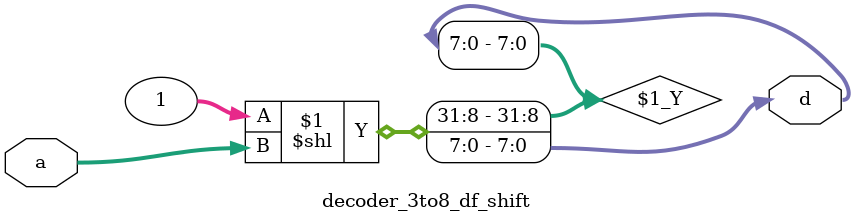
<source format=v>
 
 module decoder_3to8_df_shift(

    input [2:0]a,
    output [7:0]d
 
    );

    assign d = ( 1 << a);

 endmodule

</source>
